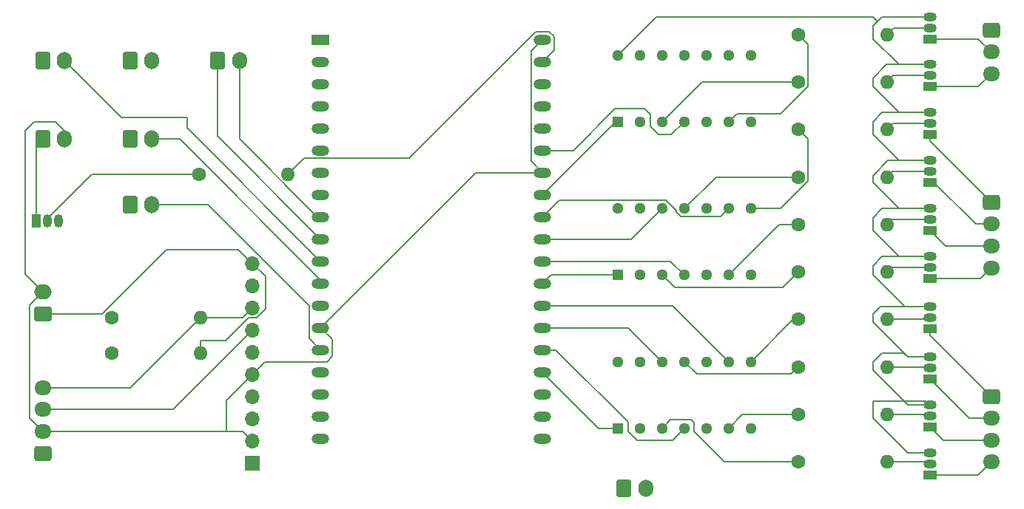
<source format=gbl>
%TF.GenerationSoftware,KiCad,Pcbnew,8.0.4*%
%TF.CreationDate,2024-09-13T19:46:17+02:00*%
%TF.ProjectId,smurf-box,736d7572-662d-4626-9f78-2e6b69636164,rev?*%
%TF.SameCoordinates,Original*%
%TF.FileFunction,Copper,L2,Bot*%
%TF.FilePolarity,Positive*%
%FSLAX46Y46*%
G04 Gerber Fmt 4.6, Leading zero omitted, Abs format (unit mm)*
G04 Created by KiCad (PCBNEW 8.0.4) date 2024-09-13 19:46:17*
%MOMM*%
%LPD*%
G01*
G04 APERTURE LIST*
G04 Aperture macros list*
%AMRoundRect*
0 Rectangle with rounded corners*
0 $1 Rounding radius*
0 $2 $3 $4 $5 $6 $7 $8 $9 X,Y pos of 4 corners*
0 Add a 4 corners polygon primitive as box body*
4,1,4,$2,$3,$4,$5,$6,$7,$8,$9,$2,$3,0*
0 Add four circle primitives for the rounded corners*
1,1,$1+$1,$2,$3*
1,1,$1+$1,$4,$5*
1,1,$1+$1,$6,$7*
1,1,$1+$1,$8,$9*
0 Add four rect primitives between the rounded corners*
20,1,$1+$1,$2,$3,$4,$5,0*
20,1,$1+$1,$4,$5,$6,$7,0*
20,1,$1+$1,$6,$7,$8,$9,0*
20,1,$1+$1,$8,$9,$2,$3,0*%
G04 Aperture macros list end*
%TA.AperFunction,ComponentPad*%
%ADD10R,1.295400X1.295400*%
%TD*%
%TA.AperFunction,ComponentPad*%
%ADD11C,1.295400*%
%TD*%
%TA.AperFunction,ComponentPad*%
%ADD12R,2.000000X1.200000*%
%TD*%
%TA.AperFunction,ComponentPad*%
%ADD13O,2.000000X1.200000*%
%TD*%
%TA.AperFunction,ComponentPad*%
%ADD14RoundRect,0.250000X-0.600000X-0.750000X0.600000X-0.750000X0.600000X0.750000X-0.600000X0.750000X0*%
%TD*%
%TA.AperFunction,ComponentPad*%
%ADD15O,1.700000X2.000000*%
%TD*%
%TA.AperFunction,ComponentPad*%
%ADD16C,1.600000*%
%TD*%
%TA.AperFunction,ComponentPad*%
%ADD17O,1.600000X1.600000*%
%TD*%
%TA.AperFunction,ComponentPad*%
%ADD18R,1.050000X1.500000*%
%TD*%
%TA.AperFunction,ComponentPad*%
%ADD19O,1.050000X1.500000*%
%TD*%
%TA.AperFunction,ComponentPad*%
%ADD20R,1.500000X1.050000*%
%TD*%
%TA.AperFunction,ComponentPad*%
%ADD21O,1.500000X1.050000*%
%TD*%
%TA.AperFunction,ComponentPad*%
%ADD22RoundRect,0.250000X-0.725000X0.600000X-0.725000X-0.600000X0.725000X-0.600000X0.725000X0.600000X0*%
%TD*%
%TA.AperFunction,ComponentPad*%
%ADD23O,1.950000X1.700000*%
%TD*%
%TA.AperFunction,ComponentPad*%
%ADD24RoundRect,0.250000X0.750000X-0.600000X0.750000X0.600000X-0.750000X0.600000X-0.750000X-0.600000X0*%
%TD*%
%TA.AperFunction,ComponentPad*%
%ADD25O,2.000000X1.700000*%
%TD*%
%TA.AperFunction,ComponentPad*%
%ADD26RoundRect,0.250000X0.725000X-0.600000X0.725000X0.600000X-0.725000X0.600000X-0.725000X-0.600000X0*%
%TD*%
%TA.AperFunction,ComponentPad*%
%ADD27R,1.700000X1.700000*%
%TD*%
%TA.AperFunction,ComponentPad*%
%ADD28O,1.700000X1.700000*%
%TD*%
%TA.AperFunction,Conductor*%
%ADD29C,0.200000*%
%TD*%
G04 APERTURE END LIST*
D10*
%TO.P,U4,1,1A*%
%TO.N,Net-(U1-GPIO19)*%
X114800000Y-89000000D03*
D11*
%TO.P,U4,2,1B*%
%TO.N,Net-(U1-GPIO22)*%
X117340000Y-89000000D03*
%TO.P,U4,3,1Y*%
%TO.N,Net-(U4-1Y)*%
X119880000Y-89000000D03*
%TO.P,U4,4,2A*%
%TO.N,Net-(U1-GPIO21)*%
X122420000Y-89000000D03*
%TO.P,U4,5,2B*%
%TO.N,Net-(U1-GPIO22)*%
X124960000Y-89000000D03*
%TO.P,U4,6,2Y*%
%TO.N,Net-(U4-2Y)*%
X127500000Y-89000000D03*
%TO.P,U4,7,GND*%
%TO.N,GND*%
X130040000Y-89000000D03*
%TO.P,U4,8,3Y*%
%TO.N,unconnected-(U4-3Y-Pad8)*%
X130040000Y-81380000D03*
%TO.P,U4,9,3A*%
%TO.N,unconnected-(U4-3A-Pad9)*%
X127500000Y-81380000D03*
%TO.P,U4,10,3B*%
%TO.N,unconnected-(U4-3B-Pad10)*%
X124960000Y-81380000D03*
%TO.P,U4,11,4Y*%
%TO.N,unconnected-(U4-4Y-Pad11)*%
X122420000Y-81380000D03*
%TO.P,U4,12,4A*%
%TO.N,unconnected-(U4-4A-Pad12)*%
X119880000Y-81380000D03*
%TO.P,U4,13,4B*%
%TO.N,unconnected-(U4-4B-Pad13)*%
X117340000Y-81380000D03*
%TO.P,U4,14,VCC*%
%TO.N,+5V*%
X114800000Y-81380000D03*
%TD*%
D10*
%TO.P,U2,1,1A*%
%TO.N,Net-(U1-MTDO{slash}GPIO15{slash}ADC2_CH3)*%
X114800000Y-124120000D03*
D11*
%TO.P,U2,2,1B*%
%TO.N,Net-(U1-GPIO22)*%
X117340000Y-124120000D03*
%TO.P,U2,3,1Y*%
%TO.N,Net-(U2-1Y)*%
X119880000Y-124120000D03*
%TO.P,U2,4,2A*%
%TO.N,Net-(U1-ADC2_CH2{slash}GPIO2)*%
X122420000Y-124120000D03*
%TO.P,U2,5,2B*%
%TO.N,Net-(U1-GPIO22)*%
X124960000Y-124120000D03*
%TO.P,U2,6,2Y*%
%TO.N,Net-(U2-2Y)*%
X127500000Y-124120000D03*
%TO.P,U2,7,GND*%
%TO.N,GND*%
X130040000Y-124120000D03*
%TO.P,U2,8,3Y*%
%TO.N,Net-(U2-3Y)*%
X130040000Y-116500000D03*
%TO.P,U2,9,3A*%
%TO.N,Net-(U1-ADC2_CH0{slash}GPIO4)*%
X127500000Y-116500000D03*
%TO.P,U2,10,3B*%
%TO.N,Net-(U1-GPIO22)*%
X124960000Y-116500000D03*
%TO.P,U2,11,4Y*%
%TO.N,Net-(U2-4Y)*%
X122420000Y-116500000D03*
%TO.P,U2,12,4A*%
%TO.N,Net-(U1-GPIO0{slash}BOOT{slash}ADC2_CH1)*%
X119880000Y-116500000D03*
%TO.P,U2,13,4B*%
%TO.N,Net-(U1-GPIO22)*%
X117340000Y-116500000D03*
%TO.P,U2,14,VCC*%
%TO.N,+5V*%
X114800000Y-116500000D03*
%TD*%
D12*
%TO.P,U1,1,3V3*%
%TO.N,+3V3*%
X80800000Y-79596560D03*
D13*
%TO.P,U1,2,CHIP_PU*%
%TO.N,unconnected-(U1-CHIP_PU-Pad2)*%
X80800000Y-82136560D03*
%TO.P,U1,3,SENSOR_VP/GPIO36/ADC1_CH0*%
%TO.N,unconnected-(U1-SENSOR_VP{slash}GPIO36{slash}ADC1_CH0-Pad3)*%
X80800000Y-84676560D03*
%TO.P,U1,4,SENSOR_VN/GPIO39/ADC1_CH3*%
%TO.N,unconnected-(U1-SENSOR_VN{slash}GPIO39{slash}ADC1_CH3-Pad4)*%
X80800000Y-87216560D03*
%TO.P,U1,5,VDET_1/GPIO34/ADC1_CH6*%
%TO.N,unconnected-(U1-VDET_1{slash}GPIO34{slash}ADC1_CH6-Pad5)*%
X80800000Y-89756560D03*
%TO.P,U1,6,VDET_2/GPIO35/ADC1_CH7*%
%TO.N,unconnected-(U1-VDET_2{slash}GPIO35{slash}ADC1_CH7-Pad6)*%
X80800000Y-92296560D03*
%TO.P,U1,7,32K_XP/GPIO32/ADC1_CH4*%
%TO.N,Net-(DAC1-Pin_4)*%
X80800000Y-94836560D03*
%TO.P,U1,8,32K_XN/GPIO33/ADC1_CH5*%
%TO.N,Net-(DAC1-Pin_3)*%
X80800000Y-97376560D03*
%TO.P,U1,9,DAC_1/ADC2_CH8/GPIO25*%
%TO.N,Net-(GPS1-Pin_2)*%
X80800000Y-99916560D03*
%TO.P,U1,10,DAC_2/ADC2_CH9/GPIO26*%
%TO.N,Net-(GPS1-Pin_1)*%
X80800000Y-102456560D03*
%TO.P,U1,11,ADC2_CH7/GPIO27*%
%TO.N,Net-(LAP/MT1-Pin_2)*%
X80800000Y-104996560D03*
%TO.P,U1,12,MTMS/GPIO14/ADC2_CH6*%
%TO.N,Net-(FCK1-Pin_2)*%
X80800000Y-107536560D03*
%TO.P,U1,13,MTDI/GPIO12/ADC2_CH5*%
%TO.N,Net-(PIT1-Pin_2)*%
X80800000Y-110076560D03*
%TO.P,U1,14,GND*%
%TO.N,GND*%
X80800000Y-112616560D03*
%TO.P,U1,15,MTCK/GPIO13/ADC2_CH4*%
%TO.N,Net-(TIMER1-Pin_2)*%
X80800000Y-115156560D03*
%TO.P,U1,16,SD_DATA2/GPIO9*%
%TO.N,unconnected-(U1-SD_DATA2{slash}GPIO9-Pad16)*%
X80800000Y-117696560D03*
%TO.P,U1,17,SD_DATA3/GPIO10*%
%TO.N,unconnected-(U1-SD_DATA3{slash}GPIO10-Pad17)*%
X80800000Y-120236560D03*
%TO.P,U1,18,CMD*%
%TO.N,unconnected-(U1-CMD-Pad18)*%
X80800000Y-122776560D03*
%TO.P,U1,19,5V*%
%TO.N,+5V*%
X80800000Y-125316560D03*
%TO.P,U1,20,SD_CLK/GPIO6*%
%TO.N,unconnected-(U1-SD_CLK{slash}GPIO6-Pad20)*%
X106196320Y-125313840D03*
%TO.P,U1,21,SD_DATA0/GPIO7*%
%TO.N,unconnected-(U1-SD_DATA0{slash}GPIO7-Pad21)*%
X106196320Y-122773840D03*
%TO.P,U1,22,SD_DATA1/GPIO8*%
%TO.N,unconnected-(U1-SD_DATA1{slash}GPIO8-Pad22)*%
X106200000Y-120236560D03*
%TO.P,U1,23,MTDO/GPIO15/ADC2_CH3*%
%TO.N,Net-(U1-MTDO{slash}GPIO15{slash}ADC2_CH3)*%
X106200000Y-117696560D03*
%TO.P,U1,24,ADC2_CH2/GPIO2*%
%TO.N,Net-(U1-ADC2_CH2{slash}GPIO2)*%
X106200000Y-115156560D03*
%TO.P,U1,25,GPIO0/BOOT/ADC2_CH1*%
%TO.N,Net-(U1-GPIO0{slash}BOOT{slash}ADC2_CH1)*%
X106200000Y-112616560D03*
%TO.P,U1,26,ADC2_CH0/GPIO4*%
%TO.N,Net-(U1-ADC2_CH0{slash}GPIO4)*%
X106200000Y-110076560D03*
%TO.P,U1,27,GPIO16*%
%TO.N,Net-(U1-GPIO16)*%
X106200000Y-107536560D03*
%TO.P,U1,28,GPIO17*%
%TO.N,Net-(U1-GPIO17)*%
X106200000Y-104996560D03*
%TO.P,U1,29,GPIO5*%
%TO.N,Net-(U1-GPIO5)*%
X106200000Y-102456560D03*
%TO.P,U1,30,GPIO18*%
%TO.N,Net-(U1-GPIO18)*%
X106200000Y-99916560D03*
%TO.P,U1,31,GPIO19*%
%TO.N,Net-(U1-GPIO19)*%
X106200000Y-97376560D03*
%TO.P,U1,32,GND*%
%TO.N,GND*%
X106200000Y-94836560D03*
%TO.P,U1,33,GPIO21*%
%TO.N,Net-(U1-GPIO21)*%
X106200000Y-92296560D03*
%TO.P,U1,34,U0RXD/GPIO3*%
%TO.N,unconnected-(U1-U0RXD{slash}GPIO3-Pad34)*%
X106200000Y-89756560D03*
%TO.P,U1,35,U0TXD/GPIO1*%
%TO.N,unconnected-(U1-U0TXD{slash}GPIO1-Pad35)*%
X106200000Y-87216560D03*
%TO.P,U1,36,GPIO22*%
%TO.N,Net-(U1-GPIO22)*%
X106200000Y-84676560D03*
%TO.P,U1,37,GPIO23*%
%TO.N,Net-(U1-GPIO23)*%
X106200000Y-82136560D03*
%TO.P,U1,38,GND*%
%TO.N,GND*%
X106200000Y-79596560D03*
%TD*%
D14*
%TO.P,TIMER1,1,Pin_1*%
%TO.N,+3V3*%
X59000000Y-98500000D03*
D15*
%TO.P,TIMER1,2,Pin_2*%
%TO.N,Net-(TIMER1-Pin_2)*%
X61500000Y-98500000D03*
%TD*%
D16*
%TO.P,R13,1*%
%TO.N,+5V*%
X56920000Y-115500000D03*
D17*
%TO.P,R13,2*%
%TO.N,Net-(DAC1-Pin_10)*%
X67080000Y-115500000D03*
%TD*%
D16*
%TO.P,R12,1*%
%TO.N,+5V*%
X56920000Y-111450000D03*
D17*
%TO.P,R12,2*%
%TO.N,Net-(Bosch1-Pin_4)*%
X67080000Y-111450000D03*
%TD*%
D16*
%TO.P,R11,1*%
%TO.N,Net-(Q11-B)*%
X66920000Y-95000000D03*
D17*
%TO.P,R11,2*%
%TO.N,Net-(U1-GPIO23)*%
X77080000Y-95000000D03*
%TD*%
D16*
%TO.P,R10,1*%
%TO.N,Net-(U4-2Y)*%
X135445000Y-79000000D03*
D17*
%TO.P,R10,2*%
%TO.N,Net-(Q10-B)*%
X145605000Y-79000000D03*
%TD*%
D16*
%TO.P,R9,1*%
%TO.N,Net-(U4-1Y)*%
X135445000Y-84444444D03*
D17*
%TO.P,R9,2*%
%TO.N,Net-(Q9-B)*%
X145605000Y-84444444D03*
%TD*%
D16*
%TO.P,R8,1*%
%TO.N,Net-(U3-3Y)*%
X135445000Y-89888888D03*
D17*
%TO.P,R8,2*%
%TO.N,Net-(Q8-B)*%
X145605000Y-89888888D03*
%TD*%
D16*
%TO.P,R7,1*%
%TO.N,Net-(U3-4Y)*%
X135445000Y-95333332D03*
D17*
%TO.P,R7,2*%
%TO.N,Net-(Q7-B)*%
X145605000Y-95333332D03*
%TD*%
D16*
%TO.P,R6,1*%
%TO.N,Net-(U3-2Y)*%
X135445000Y-100777776D03*
D17*
%TO.P,R6,2*%
%TO.N,Net-(Q6-B)*%
X145605000Y-100777776D03*
%TD*%
D16*
%TO.P,R5,1*%
%TO.N,Net-(U3-1Y)*%
X135445000Y-106222220D03*
D17*
%TO.P,R5,2*%
%TO.N,Net-(Q5-B)*%
X145605000Y-106222220D03*
%TD*%
D16*
%TO.P,R4,1*%
%TO.N,Net-(U2-3Y)*%
X135445000Y-111666664D03*
D17*
%TO.P,R4,2*%
%TO.N,Net-(Q4-B)*%
X145605000Y-111666664D03*
%TD*%
D16*
%TO.P,R3,1*%
%TO.N,Net-(U2-4Y)*%
X135445000Y-117111108D03*
D17*
%TO.P,R3,2*%
%TO.N,Net-(Q1-B)*%
X145605000Y-117111108D03*
%TD*%
D16*
%TO.P,R2,1*%
%TO.N,Net-(U2-2Y)*%
X135445000Y-122555552D03*
D17*
%TO.P,R2,2*%
%TO.N,Net-(Q3-B)*%
X145605000Y-122555552D03*
%TD*%
%TO.P,R1,2*%
%TO.N,Net-(Q2-B)*%
X145605000Y-128000000D03*
D16*
%TO.P,R1,1*%
%TO.N,Net-(U2-1Y)*%
X135445000Y-128000000D03*
%TD*%
D18*
%TO.P,Q11,1,E*%
%TO.N,Net-(LAP/MTLED1-Pin_1)*%
X48230000Y-100360000D03*
D19*
%TO.P,Q11,2,B*%
%TO.N,Net-(Q11-B)*%
X49500000Y-100360000D03*
%TO.P,Q11,3,C*%
%TO.N,+5V*%
X50770000Y-100360000D03*
%TD*%
D20*
%TO.P,Q10,1,E*%
%TO.N,Net-(J4-Pin_2)*%
X150525000Y-79500000D03*
D21*
%TO.P,Q10,2,B*%
%TO.N,Net-(Q10-B)*%
X150525000Y-78230000D03*
%TO.P,Q10,3,C*%
%TO.N,+5V*%
X150525000Y-76960000D03*
%TD*%
D20*
%TO.P,Q9,1,E*%
%TO.N,Net-(J4-Pin_3)*%
X150525000Y-85000000D03*
D21*
%TO.P,Q9,2,B*%
%TO.N,Net-(Q9-B)*%
X150525000Y-83730000D03*
%TO.P,Q9,3,C*%
%TO.N,+5V*%
X150525000Y-82460000D03*
%TD*%
D20*
%TO.P,Q8,1,E*%
%TO.N,Net-(J3-Pin_1)*%
X150525000Y-90500000D03*
D21*
%TO.P,Q8,2,B*%
%TO.N,Net-(Q8-B)*%
X150525000Y-89230000D03*
%TO.P,Q8,3,C*%
%TO.N,+5V*%
X150525000Y-87960000D03*
%TD*%
D20*
%TO.P,Q7,1,E*%
%TO.N,Net-(J3-Pin_2)*%
X150525000Y-96000000D03*
D21*
%TO.P,Q7,2,B*%
%TO.N,Net-(Q7-B)*%
X150525000Y-94730000D03*
%TO.P,Q7,3,C*%
%TO.N,+5V*%
X150525000Y-93460000D03*
%TD*%
D20*
%TO.P,Q6,1,E*%
%TO.N,Net-(J3-Pin_3)*%
X150525000Y-101500000D03*
D21*
%TO.P,Q6,2,B*%
%TO.N,Net-(Q6-B)*%
X150525000Y-100230000D03*
%TO.P,Q6,3,C*%
%TO.N,+5V*%
X150525000Y-98960000D03*
%TD*%
D20*
%TO.P,Q5,1,E*%
%TO.N,Net-(J3-Pin_4)*%
X150525000Y-107000000D03*
D21*
%TO.P,Q5,2,B*%
%TO.N,Net-(Q5-B)*%
X150525000Y-105730000D03*
%TO.P,Q5,3,C*%
%TO.N,+5V*%
X150525000Y-104460000D03*
%TD*%
D20*
%TO.P,Q4,1,E*%
%TO.N,Net-(J1-Pin_1)*%
X150525000Y-112770000D03*
D21*
%TO.P,Q4,2,B*%
%TO.N,Net-(Q4-B)*%
X150525000Y-111500000D03*
%TO.P,Q4,3,C*%
%TO.N,+5V*%
X150525000Y-110230000D03*
%TD*%
D20*
%TO.P,Q3,1,E*%
%TO.N,Net-(J1-Pin_3)*%
X150525000Y-124000000D03*
D21*
%TO.P,Q3,2,B*%
%TO.N,Net-(Q3-B)*%
X150525000Y-122730000D03*
%TO.P,Q3,3,C*%
%TO.N,+5V*%
X150525000Y-121460000D03*
%TD*%
D20*
%TO.P,Q2,1,E*%
%TO.N,Net-(J1-Pin_4)*%
X150500000Y-129500000D03*
D21*
%TO.P,Q2,2,B*%
%TO.N,Net-(Q2-B)*%
X150500000Y-128230000D03*
%TO.P,Q2,3,C*%
%TO.N,+5V*%
X150500000Y-126960000D03*
%TD*%
D20*
%TO.P,Q1,1,E*%
%TO.N,Net-(J1-Pin_2)*%
X150525000Y-118500000D03*
D21*
%TO.P,Q1,2,B*%
%TO.N,Net-(Q1-B)*%
X150525000Y-117230000D03*
%TO.P,Q1,3,C*%
%TO.N,+5V*%
X150525000Y-115960000D03*
%TD*%
D14*
%TO.P,PowerConnector1,1,Pin_1*%
%TO.N,+5V*%
X115500000Y-131000000D03*
D15*
%TO.P,PowerConnector1,2,Pin_2*%
%TO.N,GND*%
X118000000Y-131000000D03*
%TD*%
D14*
%TO.P,PIT1,1,Pin_1*%
%TO.N,+3V3*%
X59000000Y-82000000D03*
D15*
%TO.P,PIT1,2,Pin_2*%
%TO.N,Net-(PIT1-Pin_2)*%
X61500000Y-82000000D03*
%TD*%
D14*
%TO.P,LAP/MTLED1,1,Pin_1*%
%TO.N,Net-(LAP/MTLED1-Pin_1)*%
X49000000Y-91000000D03*
D15*
%TO.P,LAP/MTLED1,2,Pin_2*%
%TO.N,GND*%
X51500000Y-91000000D03*
%TD*%
D14*
%TO.P,LAP/MT1,1,Pin_1*%
%TO.N,+3V3*%
X49000000Y-82000000D03*
D15*
%TO.P,LAP/MT1,2,Pin_2*%
%TO.N,Net-(LAP/MT1-Pin_2)*%
X51500000Y-82000000D03*
%TD*%
D22*
%TO.P,J4,1,Pin_1*%
%TO.N,GND*%
X157525000Y-78500000D03*
D23*
%TO.P,J4,2,Pin_2*%
%TO.N,Net-(J4-Pin_2)*%
X157525000Y-81000000D03*
%TO.P,J4,3,Pin_3*%
%TO.N,Net-(J4-Pin_3)*%
X157525000Y-83500000D03*
%TD*%
D22*
%TO.P,J3,1,Pin_1*%
%TO.N,Net-(J3-Pin_1)*%
X157525000Y-98250000D03*
D23*
%TO.P,J3,2,Pin_2*%
%TO.N,Net-(J3-Pin_2)*%
X157525000Y-100750000D03*
%TO.P,J3,3,Pin_3*%
%TO.N,Net-(J3-Pin_3)*%
X157525000Y-103250000D03*
%TO.P,J3,4,Pin_4*%
%TO.N,Net-(J3-Pin_4)*%
X157525000Y-105750000D03*
%TD*%
D22*
%TO.P,J1,1,Pin_1*%
%TO.N,Net-(J1-Pin_1)*%
X157525000Y-120500000D03*
D23*
%TO.P,J1,2,Pin_2*%
%TO.N,Net-(J1-Pin_2)*%
X157525000Y-123000000D03*
%TO.P,J1,3,Pin_3*%
%TO.N,Net-(J1-Pin_3)*%
X157525000Y-125500000D03*
%TO.P,J1,4,Pin_4*%
%TO.N,Net-(J1-Pin_4)*%
X157525000Y-128000000D03*
%TD*%
D14*
%TO.P,GPS1,1,Pin_1*%
%TO.N,Net-(GPS1-Pin_1)*%
X69000000Y-82000000D03*
D15*
%TO.P,GPS1,2,Pin_2*%
%TO.N,Net-(GPS1-Pin_2)*%
X71500000Y-82000000D03*
%TD*%
D24*
%TO.P,Fuel1,1,Pin_1*%
%TO.N,Net-(DAC1-Pin_10)*%
X49000000Y-111000000D03*
D25*
%TO.P,Fuel1,2,Pin_2*%
%TO.N,GND*%
X49000000Y-108500000D03*
%TD*%
D14*
%TO.P,FCK1,1,Pin_1*%
%TO.N,+3V3*%
X59000000Y-91000000D03*
D15*
%TO.P,FCK1,2,Pin_2*%
%TO.N,Net-(FCK1-Pin_2)*%
X61500000Y-91000000D03*
%TD*%
D26*
%TO.P,Bosch1,1,Pin_1*%
%TO.N,+5V*%
X49000000Y-127000000D03*
D23*
%TO.P,Bosch1,2,Pin_2*%
%TO.N,GND*%
X49000000Y-124500000D03*
%TO.P,Bosch1,3,Pin_3*%
%TO.N,Net-(Bosch1-Pin_3)*%
X49000000Y-122000000D03*
%TO.P,Bosch1,4,Pin_4*%
%TO.N,Net-(Bosch1-Pin_4)*%
X49000000Y-119500000D03*
%TD*%
D10*
%TO.P,U3,1,1A*%
%TO.N,Net-(U1-GPIO16)*%
X114800000Y-106560000D03*
D11*
%TO.P,U3,2,1B*%
%TO.N,Net-(U1-GPIO22)*%
X117340000Y-106560000D03*
%TO.P,U3,3,1Y*%
%TO.N,Net-(U3-1Y)*%
X119880000Y-106560000D03*
%TO.P,U3,4,2A*%
%TO.N,Net-(U1-GPIO17)*%
X122420000Y-106560000D03*
%TO.P,U3,5,2B*%
%TO.N,Net-(U1-GPIO22)*%
X124960000Y-106560000D03*
%TO.P,U3,6,2Y*%
%TO.N,Net-(U3-2Y)*%
X127500000Y-106560000D03*
%TO.P,U3,7,GND*%
%TO.N,GND*%
X130040000Y-106560000D03*
%TO.P,U3,8,3Y*%
%TO.N,Net-(U3-3Y)*%
X130040000Y-98940000D03*
%TO.P,U3,9,3A*%
%TO.N,Net-(U1-GPIO18)*%
X127500000Y-98940000D03*
%TO.P,U3,10,3B*%
%TO.N,Net-(U1-GPIO22)*%
X124960000Y-98940000D03*
%TO.P,U3,11,4Y*%
%TO.N,Net-(U3-4Y)*%
X122420000Y-98940000D03*
%TO.P,U3,12,4A*%
%TO.N,Net-(U1-GPIO5)*%
X119880000Y-98940000D03*
%TO.P,U3,13,4B*%
%TO.N,Net-(U1-GPIO22)*%
X117340000Y-98940000D03*
%TO.P,U3,14,VCC*%
%TO.N,+5V*%
X114800000Y-98940000D03*
%TD*%
D27*
%TO.P,DAC1,1,Pin_1*%
%TO.N,+5V*%
X73000000Y-128120000D03*
D28*
%TO.P,DAC1,2,Pin_2*%
%TO.N,GND*%
X73000000Y-125580000D03*
%TO.P,DAC1,3,Pin_3*%
%TO.N,Net-(DAC1-Pin_3)*%
X73000000Y-123040000D03*
%TO.P,DAC1,4,Pin_4*%
%TO.N,Net-(DAC1-Pin_4)*%
X73000000Y-120500000D03*
%TO.P,DAC1,5,Pin_5*%
%TO.N,GND*%
X73000000Y-117960000D03*
%TO.P,DAC1,6,Pin_6*%
%TO.N,unconnected-(DAC1-Pin_6-Pad6)*%
X73000000Y-115420000D03*
%TO.P,DAC1,7,Pin_7*%
%TO.N,Net-(Bosch1-Pin_3)*%
X73000000Y-112880000D03*
%TO.P,DAC1,8,Pin_8*%
%TO.N,Net-(Bosch1-Pin_4)*%
X73000000Y-110340000D03*
%TO.P,DAC1,9,Pin_9*%
%TO.N,+5V*%
X73000000Y-107800000D03*
%TO.P,DAC1,10,Pin_10*%
%TO.N,Net-(DAC1-Pin_10)*%
X73000000Y-105260000D03*
%TD*%
D29*
%TO.N,Net-(FCK1-Pin_2)*%
X80800000Y-107136560D02*
X80800000Y-107536560D01*
X64663440Y-91000000D02*
X80800000Y-107136560D01*
X61500000Y-91000000D02*
X64663440Y-91000000D01*
%TO.N,Net-(LAP/MT1-Pin_2)*%
X65500000Y-88500000D02*
X65500000Y-89696560D01*
X65500000Y-89696560D02*
X80800000Y-104996560D01*
X58000000Y-88500000D02*
X65500000Y-88500000D01*
X51500000Y-82000000D02*
X58000000Y-88500000D01*
%TO.N,Net-(GPS1-Pin_1)*%
X69000000Y-90656560D02*
X80800000Y-102456560D01*
%TO.N,Net-(GPS1-Pin_2)*%
X71500000Y-82000000D02*
X71500000Y-90975635D01*
X71500000Y-90975635D02*
X80440925Y-99916560D01*
X80440925Y-99916560D02*
X80800000Y-99916560D01*
%TO.N,Net-(U1-GPIO23)*%
X106972792Y-78696560D02*
X107500000Y-79223768D01*
X107500000Y-79223768D02*
X107500000Y-80836560D01*
X90927208Y-93196560D02*
X105427208Y-78696560D01*
X107500000Y-80836560D02*
X106200000Y-82136560D01*
X78883440Y-93196560D02*
X90927208Y-93196560D01*
X77080000Y-95000000D02*
X78883440Y-93196560D01*
X105427208Y-78696560D02*
X106972792Y-78696560D01*
%TO.N,Net-(Q11-B)*%
X54635000Y-95000000D02*
X66920000Y-95000000D01*
X49500000Y-100135000D02*
X54635000Y-95000000D01*
X49500000Y-100360000D02*
X49500000Y-100135000D01*
%TO.N,Net-(TIMER1-Pin_2)*%
X79500000Y-113856560D02*
X80800000Y-115156560D01*
X79500000Y-110133654D02*
X79500000Y-113856560D01*
X67866346Y-98500000D02*
X79500000Y-110133654D01*
X61500000Y-98500000D02*
X67866346Y-98500000D01*
%TO.N,GND*%
X104900000Y-93536560D02*
X106200000Y-94836560D01*
X104900000Y-80896560D02*
X104900000Y-93536560D01*
X106200000Y-79596560D02*
X104900000Y-80896560D01*
X98580000Y-94836560D02*
X80800000Y-112616560D01*
X106200000Y-94836560D02*
X98580000Y-94836560D01*
X70000000Y-120960000D02*
X70000000Y-124500000D01*
X73000000Y-117960000D02*
X70000000Y-120960000D01*
X70000000Y-124500000D02*
X71920000Y-124500000D01*
X49000000Y-124500000D02*
X70000000Y-124500000D01*
X71920000Y-124500000D02*
X73000000Y-125580000D01*
%TO.N,Net-(Bosch1-Pin_3)*%
X63880000Y-122000000D02*
X73000000Y-112880000D01*
X49000000Y-122000000D02*
X63880000Y-122000000D01*
%TO.N,Net-(DAC1-Pin_10)*%
X74500000Y-106760000D02*
X73000000Y-105260000D01*
X73476346Y-111490000D02*
X74500000Y-110466346D01*
X69960000Y-114053654D02*
X72523654Y-111490000D01*
X72523654Y-111490000D02*
X73476346Y-111490000D01*
X67080000Y-114053654D02*
X69960000Y-114053654D01*
X74500000Y-110466346D02*
X74500000Y-106760000D01*
%TO.N,Net-(Bosch1-Pin_4)*%
X71890000Y-111450000D02*
X73000000Y-110340000D01*
X67080000Y-111450000D02*
X71890000Y-111450000D01*
%TO.N,Net-(DAC1-Pin_10)*%
X71397183Y-103657183D02*
X63157183Y-103657183D01*
X73000000Y-105260000D02*
X71397183Y-103657183D01*
X63157183Y-103657183D02*
X55814365Y-111000000D01*
%TO.N,GND*%
X82100000Y-115900000D02*
X82100000Y-113916560D01*
X81500000Y-116500000D02*
X82100000Y-115900000D01*
X73000000Y-117960000D02*
X74460000Y-116500000D01*
X74460000Y-116500000D02*
X81500000Y-116500000D01*
X82100000Y-113916560D02*
X80800000Y-112616560D01*
%TO.N,Net-(DAC1-Pin_10)*%
X67080000Y-114053654D02*
X67080000Y-115500000D01*
X55814365Y-111000000D02*
X49000000Y-111000000D01*
%TO.N,Net-(Q11-B)*%
X49500000Y-100360000D02*
X49500000Y-100585000D01*
%TO.N,Net-(LAP/MTLED1-Pin_1)*%
X48230000Y-91770000D02*
X48230000Y-100360000D01*
X49000000Y-91000000D02*
X48230000Y-91770000D01*
%TO.N,+5V*%
X144000000Y-121000000D02*
X144000000Y-123000000D01*
X147960000Y-126960000D02*
X150385000Y-126960000D01*
X150065000Y-121000000D02*
X144000000Y-121000000D01*
X144000000Y-123000000D02*
X147960000Y-126960000D01*
X150525000Y-121460000D02*
X150065000Y-121000000D01*
X147500000Y-115500000D02*
X147960000Y-115960000D01*
X145000000Y-115500000D02*
X147500000Y-115500000D01*
X146960000Y-104460000D02*
X150525000Y-104460000D01*
X144000000Y-100000000D02*
X144000000Y-101500000D01*
X145040000Y-98960000D02*
X144000000Y-100000000D01*
X150525000Y-98960000D02*
X145040000Y-98960000D01*
X144000000Y-101500000D02*
X146960000Y-104460000D01*
X146960000Y-93460000D02*
X150525000Y-93460000D01*
X144000000Y-90500000D02*
X146960000Y-93460000D01*
X144000000Y-89000000D02*
X144000000Y-90500000D01*
X150525000Y-87960000D02*
X145040000Y-87960000D01*
X145040000Y-87960000D02*
X144000000Y-89000000D01*
X147960000Y-115960000D02*
X150525000Y-115960000D01*
X144000000Y-111054008D02*
X144000000Y-112000000D01*
X144824008Y-110230000D02*
X144000000Y-111054008D01*
X150525000Y-110230000D02*
X144824008Y-110230000D01*
X144000000Y-112000000D02*
X147960000Y-115960000D01*
X147960000Y-121460000D02*
X150525000Y-121460000D01*
X144000000Y-117500000D02*
X147960000Y-121460000D01*
X145000000Y-115500000D02*
X144000000Y-116500000D01*
X144000000Y-116500000D02*
X144000000Y-117500000D01*
%TO.N,Net-(U3-1Y)*%
X133667220Y-108000000D02*
X135445000Y-106222220D01*
X119880000Y-106560000D02*
X121320000Y-108000000D01*
X121320000Y-108000000D02*
X133667220Y-108000000D01*
%TO.N,+5V*%
X144000000Y-106586428D02*
X147643572Y-110230000D01*
X144000000Y-105500000D02*
X144000000Y-106586428D01*
X145040000Y-104460000D02*
X144000000Y-105500000D01*
X147643572Y-110230000D02*
X150525000Y-110230000D01*
X150525000Y-104460000D02*
X145040000Y-104460000D01*
X144000000Y-95191349D02*
X144000000Y-96000000D01*
X146960000Y-98960000D02*
X150525000Y-98960000D01*
X145731349Y-93460000D02*
X144000000Y-95191349D01*
X144000000Y-96000000D02*
X146960000Y-98960000D01*
X150525000Y-93460000D02*
X145731349Y-93460000D01*
X144000000Y-85000000D02*
X146960000Y-87960000D01*
X144000000Y-84000000D02*
X144000000Y-85000000D01*
X145540000Y-82460000D02*
X144000000Y-84000000D01*
X150525000Y-82460000D02*
X145540000Y-82460000D01*
X146960000Y-87960000D02*
X150525000Y-87960000D01*
X144000000Y-79500000D02*
X144000000Y-78000000D01*
X144000000Y-78000000D02*
X144500000Y-77500000D01*
X150525000Y-82460000D02*
X146960000Y-82460000D01*
X146960000Y-82460000D02*
X144000000Y-79500000D01*
X145040000Y-76960000D02*
X150525000Y-76960000D01*
X144500000Y-77500000D02*
X145040000Y-76960000D01*
X144000000Y-77000000D02*
X144500000Y-77500000D01*
X114800000Y-81380000D02*
X119180000Y-77000000D01*
X119180000Y-77000000D02*
X144000000Y-77000000D01*
%TO.N,Net-(U1-GPIO21)*%
X120920000Y-90500000D02*
X122420000Y-89000000D01*
X117824851Y-87500000D02*
X118500000Y-88175149D01*
X114500000Y-87500000D02*
X117824851Y-87500000D01*
X119500000Y-90500000D02*
X120920000Y-90500000D01*
X109703440Y-92296560D02*
X114500000Y-87500000D01*
X106200000Y-92296560D02*
X109703440Y-92296560D01*
X118500000Y-88175149D02*
X118500000Y-89500000D01*
X118500000Y-89500000D02*
X119500000Y-90500000D01*
%TO.N,Net-(U2-1Y)*%
X127000000Y-128000000D02*
X135445000Y-128000000D01*
X123500000Y-123487700D02*
X123500000Y-124500000D01*
X123500000Y-124500000D02*
X127000000Y-128000000D01*
X123184600Y-123172300D02*
X123500000Y-123487700D01*
X119880000Y-124120000D02*
X120827700Y-123172300D01*
X120827700Y-123172300D02*
X123184600Y-123172300D01*
%TO.N,Net-(U1-ADC2_CH2{slash}GPIO2)*%
X116000000Y-124500000D02*
X116000000Y-123424600D01*
X121040000Y-125500000D02*
X117000000Y-125500000D01*
X116000000Y-123424600D02*
X107731960Y-115156560D01*
X107731960Y-115156560D02*
X106200000Y-115156560D01*
X122420000Y-124120000D02*
X121040000Y-125500000D01*
X117000000Y-125500000D02*
X116000000Y-124500000D01*
%TO.N,GND*%
X51500000Y-90000000D02*
X51500000Y-91000000D01*
X48000000Y-89000000D02*
X50500000Y-89000000D01*
X47000000Y-90000000D02*
X48000000Y-89000000D01*
X47000000Y-106500000D02*
X47000000Y-90000000D01*
X50500000Y-89000000D02*
X51500000Y-90000000D01*
X49000000Y-108500000D02*
X47000000Y-106500000D01*
X47500000Y-123000000D02*
X47500000Y-110000000D01*
X49000000Y-124500000D02*
X47500000Y-123000000D01*
X47500000Y-110000000D02*
X49000000Y-108500000D01*
%TO.N,Net-(GPS1-Pin_1)*%
X69000000Y-82000000D02*
X69000000Y-90656560D01*
%TO.N,Net-(Bosch1-Pin_4)*%
X59030000Y-119500000D02*
X67080000Y-111450000D01*
X49000000Y-119500000D02*
X59030000Y-119500000D01*
%TO.N,Net-(U2-2Y)*%
X129064448Y-122555552D02*
X127500000Y-124120000D01*
X135445000Y-122555552D02*
X129064448Y-122555552D01*
%TO.N,Net-(U1-MTDO{slash}GPIO15{slash}ADC2_CH3)*%
X114800000Y-124120000D02*
X112623440Y-124120000D01*
X112623440Y-124120000D02*
X106200000Y-117696560D01*
%TO.N,Net-(U1-GPIO0{slash}BOOT{slash}ADC2_CH1)*%
X115996560Y-112616560D02*
X106200000Y-112616560D01*
X119880000Y-116500000D02*
X115996560Y-112616560D01*
%TO.N,Net-(U1-ADC2_CH0{slash}GPIO4)*%
X121076560Y-110076560D02*
X106200000Y-110076560D01*
X127500000Y-116500000D02*
X121076560Y-110076560D01*
%TO.N,Net-(U2-4Y)*%
X134645001Y-117911107D02*
X123831107Y-117911107D01*
X123831107Y-117911107D02*
X122420000Y-116500000D01*
X135445000Y-117111108D02*
X134645001Y-117911107D01*
%TO.N,Net-(U2-3Y)*%
X134873336Y-111666664D02*
X135445000Y-111666664D01*
X130040000Y-116500000D02*
X134873336Y-111666664D01*
%TO.N,Net-(U3-2Y)*%
X133282224Y-100777776D02*
X135445000Y-100777776D01*
X127500000Y-106560000D02*
X133282224Y-100777776D01*
%TO.N,Net-(U1-GPIO17)*%
X120856560Y-104996560D02*
X106200000Y-104996560D01*
X122420000Y-106560000D02*
X120856560Y-104996560D01*
%TO.N,Net-(U1-GPIO16)*%
X107176560Y-106560000D02*
X106200000Y-107536560D01*
X114800000Y-106560000D02*
X107176560Y-106560000D01*
%TO.N,Net-(U1-GPIO18)*%
X108124260Y-97992300D02*
X106200000Y-99916560D01*
X121472300Y-99192049D02*
X120272551Y-97992300D01*
X122027449Y-99887700D02*
X121472300Y-99332551D01*
X121472300Y-99332551D02*
X121472300Y-99192049D01*
X126552300Y-99887700D02*
X122027449Y-99887700D01*
X127500000Y-98940000D02*
X126552300Y-99887700D01*
X120272551Y-97992300D02*
X108124260Y-97992300D01*
%TO.N,Net-(U1-GPIO5)*%
X116363440Y-102456560D02*
X106200000Y-102456560D01*
X119880000Y-98940000D02*
X116363440Y-102456560D01*
%TO.N,Net-(U3-3Y)*%
X136545000Y-95788967D02*
X136545000Y-90988888D01*
X133393967Y-98940000D02*
X136545000Y-95788967D01*
X130040000Y-98940000D02*
X133393967Y-98940000D01*
X136545000Y-90988888D02*
X135445000Y-89888888D01*
%TO.N,Net-(U3-4Y)*%
X126026668Y-95333332D02*
X135445000Y-95333332D01*
X122420000Y-98940000D02*
X126026668Y-95333332D01*
%TO.N,Net-(J3-Pin_1)*%
X150525000Y-91250000D02*
X150525000Y-90500000D01*
X157525000Y-98250000D02*
X150525000Y-91250000D01*
%TO.N,Net-(J3-Pin_2)*%
X151000000Y-96000000D02*
X155750000Y-100750000D01*
X155750000Y-100750000D02*
X157525000Y-100750000D01*
X150525000Y-96000000D02*
X151000000Y-96000000D01*
%TO.N,Net-(J3-Pin_3)*%
X152275000Y-103250000D02*
X150525000Y-101500000D01*
X157525000Y-103250000D02*
X152275000Y-103250000D01*
%TO.N,Net-(J3-Pin_4)*%
X150525000Y-107000000D02*
X156275000Y-107000000D01*
X156275000Y-107000000D02*
X157525000Y-105750000D01*
%TO.N,Net-(J1-Pin_1)*%
X150525000Y-113500000D02*
X150525000Y-112770000D01*
X157525000Y-120500000D02*
X150525000Y-113500000D01*
%TO.N,Net-(J1-Pin_2)*%
X155025000Y-123000000D02*
X150525000Y-118500000D01*
X157525000Y-123000000D02*
X155025000Y-123000000D01*
%TO.N,Net-(J1-Pin_3)*%
X152025000Y-125500000D02*
X150525000Y-124000000D01*
X157525000Y-125500000D02*
X152025000Y-125500000D01*
%TO.N,Net-(J1-Pin_4)*%
X156025000Y-129500000D02*
X157525000Y-128000000D01*
X150385000Y-129500000D02*
X156025000Y-129500000D01*
%TO.N,Net-(Q2-B)*%
X150155000Y-128000000D02*
X150385000Y-128230000D01*
X145605000Y-128000000D02*
X150155000Y-128000000D01*
%TO.N,Net-(Q3-B)*%
X150350552Y-122555552D02*
X150525000Y-122730000D01*
X145605000Y-122555552D02*
X150350552Y-122555552D01*
%TO.N,Net-(Q1-B)*%
X150406108Y-117111108D02*
X150525000Y-117230000D01*
X145605000Y-117111108D02*
X150406108Y-117111108D01*
%TO.N,Net-(Q4-B)*%
X150358336Y-111666664D02*
X150525000Y-111500000D01*
X145605000Y-111666664D02*
X150358336Y-111666664D01*
%TO.N,Net-(Q5-B)*%
X146097220Y-105730000D02*
X150525000Y-105730000D01*
X145605000Y-106222220D02*
X146097220Y-105730000D01*
%TO.N,Net-(Q6-B)*%
X146152776Y-100230000D02*
X150525000Y-100230000D01*
X145605000Y-100777776D02*
X146152776Y-100230000D01*
%TO.N,Net-(Q7-B)*%
X146208332Y-94730000D02*
X150525000Y-94730000D01*
X145605000Y-95333332D02*
X146208332Y-94730000D01*
%TO.N,Net-(Q8-B)*%
X146263888Y-89230000D02*
X150525000Y-89230000D01*
X145605000Y-89888888D02*
X146263888Y-89230000D01*
%TO.N,Net-(J4-Pin_2)*%
X156025000Y-79500000D02*
X157525000Y-81000000D01*
X150525000Y-79500000D02*
X156025000Y-79500000D01*
%TO.N,Net-(J4-Pin_3)*%
X156025000Y-85000000D02*
X157525000Y-83500000D01*
X150525000Y-85000000D02*
X156025000Y-85000000D01*
%TO.N,Net-(Q9-B)*%
X146319444Y-83730000D02*
X150525000Y-83730000D01*
X145605000Y-84444444D02*
X146319444Y-83730000D01*
%TO.N,Net-(Q10-B)*%
X145605000Y-79000000D02*
X146375000Y-78230000D01*
X146375000Y-78230000D02*
X150525000Y-78230000D01*
%TO.N,Net-(U4-2Y)*%
X136545000Y-80100000D02*
X135445000Y-79000000D01*
X136545000Y-84955000D02*
X136545000Y-80100000D01*
X128447700Y-88052300D02*
X133447700Y-88052300D01*
X133447700Y-88052300D02*
X136545000Y-84955000D01*
X127500000Y-89000000D02*
X128447700Y-88052300D01*
%TO.N,Net-(U4-1Y)*%
X124435556Y-84444444D02*
X135445000Y-84444444D01*
X119880000Y-89000000D02*
X124435556Y-84444444D01*
%TO.N,Net-(U1-GPIO22)*%
X117340000Y-89000000D02*
X117500000Y-89000000D01*
%TO.N,Net-(U1-GPIO19)*%
X114576560Y-89000000D02*
X106200000Y-97376560D01*
X114800000Y-89000000D02*
X114576560Y-89000000D01*
%TD*%
M02*

</source>
